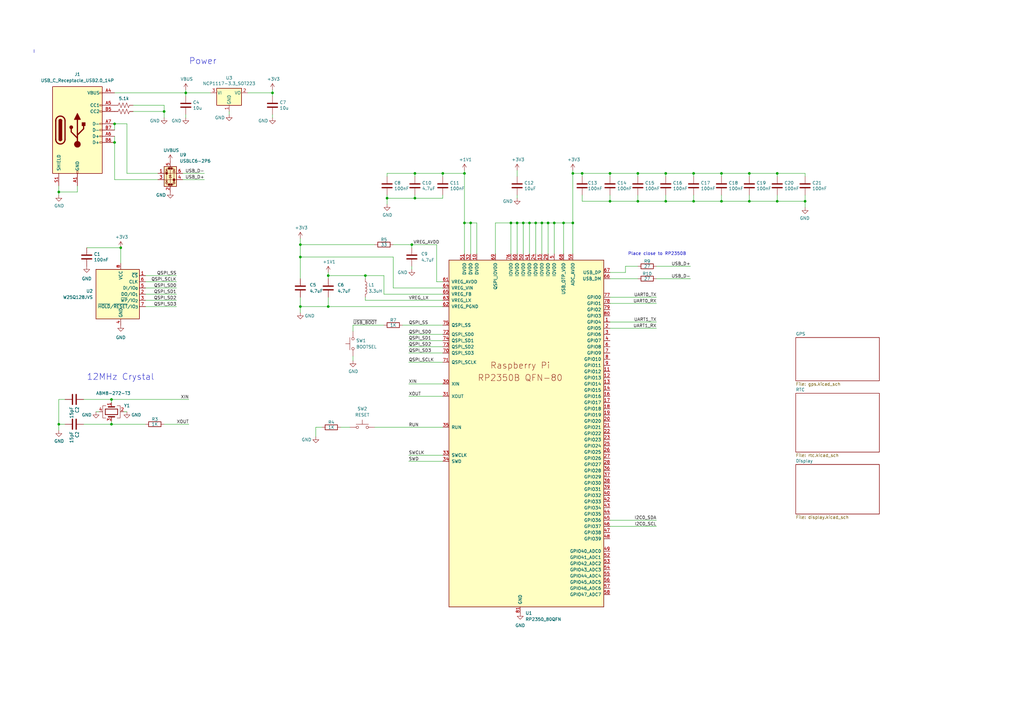
<source format=kicad_sch>
(kicad_sch (version 20250114) (generator "eeschema") (generator_version "9.0")
  (paper "A3")
  (lib_symbols
    (symbol "Connector:USB_C_Receptacle_USB2.0_14P" (pin_names (offset 1.016))
      (property "Reference" "J" (at 0 22.225 0))
      (property "Value" "USB_C_Receptacle_USB2.0_14P" (at 0 19.685 0))
      (symbol "USB_C_Receptacle_USB2.0_14P_0_0"
        (rectangle (start -0.254 -17.78) (end 0.254 -16.764))
        (rectangle (start 10.16 15.494) (end 9.144 14.986))
        (rectangle (start 10.16 10.414) (end 9.144 9.906))
        (rectangle (start 10.16 7.874) (end 9.144 7.366))
        (rectangle (start 10.16 2.794) (end 9.144 2.286))
        (rectangle (start 10.16 0.254) (end 9.144 -0.254))
        (rectangle (start 10.16 -2.286) (end 9.144 -2.794))
        (rectangle (start 10.16 -4.826) (end 9.144 -5.334))
      )
      (symbol "USB_C_Receptacle_USB2.0_14P_0_1"
        (rectangle (start -10.16 17.78) (end 10.16 -17.78) (stroke (width 0.254)) (fill (type background)))
        (polyline (pts (xy -8.89 -3.81) (xy -8.89 3.81)) (stroke (width 0.508)))
        (rectangle (start -7.62 -3.81) (end -6.35 3.81) (stroke (width 0.254)) (fill (type outline)))
        (arc (start -7.62 3.81) (mid -6.985 4.4423) (end -6.35 3.81) (stroke (width 0.254)))
        (arc (start -7.62 3.81) (mid -6.985 4.4423) (end -6.35 3.81) (stroke (width 0.254)) (fill (type outline)))
        (arc (start -8.89 3.81) (mid -6.985 5.7067) (end -5.08 3.81) (stroke (width 0.508)))
        (arc (start -5.08 -3.81) (mid -6.985 -5.7067) (end -8.89 -3.81) (stroke (width 0.508)))
        (arc (start -6.35 -3.81) (mid -6.985 -4.4423) (end -7.62 -3.81) (stroke (width 0.254)))
        (arc (start -6.35 -3.81) (mid -6.985 -4.4423) (end -7.62 -3.81) (stroke (width 0.254)) (fill (type outline)))
        (polyline (pts (xy -5.08 3.81) (xy -5.08 -3.81)) (stroke (width 0.508)))
        (circle (center -2.54 1.143) (radius 0.635) (stroke (width 0.254)) (fill (type outline)))
        (polyline (pts (xy -1.27 4.318) (xy 0 6.858) (xy 1.27 4.318) (xy -1.27 4.318)) (stroke (width 0.254)) (fill (type outline)))
        (polyline (pts (xy 0 -2.032) (xy 2.54 0.508) (xy 2.54 1.778)) (stroke (width 0.508)))
        (polyline (pts (xy 0 -3.302) (xy -2.54 -0.762) (xy -2.54 0.508)) (stroke (width 0.508)))
        (polyline (pts (xy 0 -5.842) (xy 0 4.318)) (stroke (width 0.508)))
        (circle (center 0 -5.842) (radius 1.27) (fill (type outline)))
        (rectangle (start 1.905 1.778) (end 3.175 3.048) (stroke (width 0.254)) (fill (type outline)))
      )
      (symbol "USB_C_Receptacle_USB2.0_14P_1_1"
        (pin passive line (at -7.62 -22.86 90) (length 5.08) (name "SHIELD") (number "S1"))
        (pin passive line (at 0 -22.86 90) (length 5.08) (name "GND") (number "A1"))
        (pin passive line (at 0 -22.86 90) (length 5.08) (hide yes) (name "GND") (number "A12"))
        (pin passive line (at 0 -22.86 90) (length 5.08) (hide yes) (name "GND") (number "B1"))
        (pin passive line (at 0 -22.86 90) (length 5.08) (hide yes) (name "GND") (number "B12"))
        (pin passive line (at 15.24 15.24 180) (length 5.08) (name "VBUS") (number "A4"))
        (pin passive line (at 15.24 15.24 180) (length 5.08) (hide yes) (name "VBUS") (number "A9"))
        (pin passive line (at 15.24 15.24 180) (length 5.08) (hide yes) (name "VBUS") (number "B4"))
        (pin passive line (at 15.24 15.24 180) (length 5.08) (hide yes) (name "VBUS") (number "B9"))
        (pin bidirectional line (at 15.24 10.16 180) (length 5.08) (name "CC1") (number "A5"))
        (pin bidirectional line (at 15.24 7.62 180) (length 5.08) (name "CC2") (number "B5"))
        (pin bidirectional line (at 15.24 2.54 180) (length 5.08) (name "D-") (number "A7"))
        (pin bidirectional line (at 15.24 0 180) (length 5.08) (name "D-") (number "B7"))
        (pin bidirectional line (at 15.24 -2.54 180) (length 5.08) (name "D+") (number "A6"))
        (pin bidirectional line (at 15.24 -5.08 180) (length 5.08) (name "D+") (number "B6"))
      )
    )
    (symbol "Device:C" (pin_numbers (hide yes)) (pin_names (offset 0.254))
      (property "Reference" "C" (at 0.635 2.54 0))
      (property "Value" "C" (at 0.635 -2.54 0))
      (symbol "C_0_1"
        (polyline (pts (xy -2.032 0.762) (xy 2.032 0.762)) (stroke (width 0.508)))
        (polyline (pts (xy -2.032 -0.762) (xy 2.032 -0.762)) (stroke (width 0.508)))
      )
      (symbol "C_1_1"
        (pin passive line (at 0 3.81 270) (length 2.794) (name "~") (number "1"))
        (pin passive line (at 0 -3.81 90) (length 2.794) (name "~") (number "2"))
      )
    )
    (symbol "Device:Crystal_GND24" (pin_names (offset 1.016) (hide yes))
      (property "Reference" "Y" (at 3.175 5.08 0))
      (property "Value" "Crystal_GND24" (at 3.175 3.175 0))
      (symbol "Crystal_GND24_0_1"
        (polyline (pts (xy -2.54 2.286) (xy -2.54 3.556) (xy 2.54 3.556) (xy 2.54 2.286)))
        (polyline (pts (xy -2.54 0) (xy -2.032 0)))
        (polyline (pts (xy -2.54 -2.286) (xy -2.54 -3.556) (xy 2.54 -3.556) (xy 2.54 -2.286)))
        (polyline (pts (xy -2.032 -1.27) (xy -2.032 1.27)) (stroke (width 0.508)))
        (rectangle (start -1.143 2.54) (end 1.143 -2.54) (stroke (width 0.3048)))
        (polyline (pts (xy 0 3.556) (xy 0 3.81)))
        (polyline (pts (xy 0 -3.81) (xy 0 -3.556)))
        (polyline (pts (xy 2.032 0) (xy 2.54 0)))
        (polyline (pts (xy 2.032 -1.27) (xy 2.032 1.27)) (stroke (width 0.508)))
      )
      (symbol "Crystal_GND24_1_1"
        (pin passive line (at -3.81 0 0) (length 1.27) (name "1") (number "1"))
        (pin passive line (at 0 5.08 270) (length 1.27) (name "2") (number "2"))
        (pin passive line (at 0 -5.08 90) (length 1.27) (name "4") (number "4"))
        (pin passive line (at 3.81 0 180) (length 1.27) (name "3") (number "3"))
      )
    )
    (symbol "Device:L" (pin_numbers (hide yes)) (pin_names (offset 1.016) (hide yes))
      (property "Reference" "L" (at -1.27 0 90))
      (property "Value" "L" (at 1.905 0 90))
      (symbol "L_0_1"
        (arc (start 0 2.54) (mid 0.6323 1.905) (end 0 1.27))
        (arc (start 0 1.27) (mid 0.6323 0.635) (end 0 0))
        (arc (start 0 0) (mid 0.6323 -0.635) (end 0 -1.27))
        (arc (start 0 -1.27) (mid 0.6323 -1.905) (end 0 -2.54))
      )
      (symbol "L_1_1"
        (pin passive line (at 0 3.81 270) (length 1.27) (name "1") (number "1"))
        (pin passive line (at 0 -3.81 90) (length 1.27) (name "2") (number "2"))
      )
    )
    (symbol "Device:R" (pin_numbers (hide yes)) (pin_names (offset 0))
      (property "Reference" "R" (at 2.032 0 90))
      (property "Value" "R" (at 0 0 90))
      (symbol "R_0_1"
        (rectangle (start -1.016 -2.54) (end 1.016 2.54) (stroke (width 0.254)))
      )
      (symbol "R_1_1"
        (pin passive line (at 0 3.81 270) (length 1.27) (name "~") (number "1"))
        (pin passive line (at 0 -3.81 90) (length 1.27) (name "~") (number "2"))
      )
    )
    (symbol "Device:R_US" (pin_numbers (hide yes)) (pin_names (offset 0))
      (property "Reference" "R" (at 2.54 0 90))
      (property "Value" "R_US" (at -2.54 0 90))
      (symbol "R_US_0_1"
        (polyline (pts (xy 0 2.286) (xy 0 2.54)))
        (polyline (pts (xy 0 2.286) (xy 1.016 1.905) (xy 0 1.524) (xy -1.016 1.143) (xy 0 0.762)))
        (polyline (pts (xy 0 0.762) (xy 1.016 0.381) (xy 0 0) (xy -1.016 -0.381) (xy 0 -0.762)))
        (polyline (pts (xy 0 -0.762) (xy 1.016 -1.143) (xy 0 -1.524) (xy -1.016 -1.905) (xy 0 -2.286)))
        (polyline (pts (xy 0 -2.286) (xy 0 -2.54)))
      )
      (symbol "R_US_1_1"
        (pin passive line (at 0 3.81 270) (length 1.27) (name "~") (number "1"))
        (pin passive line (at 0 -3.81 90) (length 1.27) (name "~") (number "2"))
      )
    )
    (symbol "GND_1" (power) (pin_numbers (hide yes)) (pin_names (offset 0) (hide yes))
      (property "Value" "GND" (at 0 -3.81 0))
      (symbol "GND_1_0_1"
        (polyline (pts (xy 0 0) (xy 0 -1.27) (xy 1.27 -1.27) (xy 0 -2.54) (xy -1.27 -1.27) (xy 0 -1.27)))
      )
      (symbol "GND_1_1_1"
        (pin power_in line (at 0 0 270) (length 0) (name "~") (number "1"))
      )
    )
    (symbol "GND_2" (power) (pin_numbers (hide yes)) (pin_names (offset 0) (hide yes))
      (property "Value" "GND" (at 0 -3.81 0))
      (symbol "GND_2_0_1"
        (polyline (pts (xy 0 0) (xy 0 -1.27) (xy 1.27 -1.27) (xy 0 -2.54) (xy -1.27 -1.27) (xy 0 -1.27)))
      )
      (symbol "GND_2_1_1"
        (pin power_in line (at 0 0 270) (length 0) (name "~") (number "1"))
      )
    )
    (symbol "MCU_RaspberryPi_RP2350:RP2350_80QFN" (pin_names (offset 1.016))
      (property "Reference" "U" (at -29.21 49.53 0))
      (property "Value" "RP2350_80QFN" (at 25.4 -96.52 0))
      (symbol "RP2350_80QFN_0_0"
        (text "Raspberry Pi" (at 0 5.08 0) (effects (font (size 2.54 2.54))))
      )
      (symbol "RP2350_80QFN_0_1"
        (rectangle (start -29.21 48.26) (end 34.29 -93.98) (stroke (width 0.254)) (fill (type background)))
      )
      (symbol "RP2350_80QFN_1_0"
        (text "RP2350B QFN-80" (at 0 0 0) (effects (font (size 2.54 2.54))))
      )
      (symbol "RP2350_80QFN_1_1"
        (pin power_in line (at -31.75 39.37 0) (length 2.54) (name "VREG_AVDD") (number "61"))
        (pin power_in line (at -31.75 36.83 0) (length 2.54) (name "VREG_VIN") (number "64"))
        (pin input line (at -31.75 34.29 0) (length 2.54) (name "VREG_FB") (number "65"))
        (pin power_out line (at -31.75 31.75 0) (length 2.54) (name "VREG_LX") (number "63"))
        (pin power_in line (at -31.75 29.21 0) (length 2.54) (name "VREG_PGND") (number "62"))
        (pin bidirectional line (at -31.75 21.59 0) (length 2.54) (name "QSPI_SS") (number "75"))
        (pin bidirectional line (at -31.75 17.78 0) (length 2.54) (name "QSPI_SD0") (number "72"))
        (pin bidirectional line (at -31.75 15.24 0) (length 2.54) (name "QSPI_SD1") (number "74"))
        (pin bidirectional line (at -31.75 12.7 0) (length 2.54) (name "QSPI_SD2") (number "73"))
        (pin bidirectional line (at -31.75 10.16 0) (length 2.54) (name "QSPI_SD3") (number "70"))
        (pin output line (at -31.75 6.35 0) (length 2.54) (name "QSPI_SCLK") (number "71"))
        (pin input line (at -31.75 -2.54 0) (length 2.54) (name "XIN") (number "30"))
        (pin passive line (at -31.75 -7.62 0) (length 2.54) (name "XOUT") (number "31"))
        (pin input line (at -31.75 -20.32 0) (length 2.54) (name "RUN") (number "35"))
        (pin output line (at -31.75 -31.75 0) (length 2.54) (name "SWCLK") (number "33"))
        (pin bidirectional line (at -31.75 -34.29 0) (length 2.54) (name "SWD") (number "34"))
        (pin power_in line (at -22.86 50.8 270) (length 2.54) (name "DVDD") (number "51"))
        (pin power_in line (at -20.32 50.8 270) (length 2.54) (name "DVDD") (number "32"))
        (pin power_in line (at -17.78 50.8 270) (length 2.54) (name "DVDD") (number "10"))
        (pin power_in line (at -10.16 50.8 270) (length 2.54) (name "QSPI_IOVDD") (number "69"))
        (pin power_in line (at -3.81 50.8 270) (length 2.54) (name "IOVDD") (number "76"))
        (pin power_in line (at -1.27 50.8 270) (length 2.54) (name "IOVDD") (number "60"))
        (pin power_in line (at 0 -96.52 90) (length 2.54) (name "GND") (number "81"))
        (pin power_in line (at 1.27 50.8 270) (length 2.54) (name "IOVDD") (number "50"))
        (pin power_in line (at 3.81 50.8 270) (length 2.54) (name "IOVDD") (number "41"))
        (pin power_in line (at 6.35 50.8 270) (length 2.54) (name "IOVDD") (number "24"))
        (pin power_in line (at 8.89 50.8 270) (length 2.54) (name "IOVDD") (number "15"))
        (pin power_in line (at 11.43 50.8 270) (length 2.54) (name "IOVDD") (number "29"))
        (pin power_in line (at 13.97 50.8 270) (length 2.54) (name "IOVDD") (number "5"))
        (pin power_in line (at 17.78 50.8 270) (length 2.54) (name "USB_OTP_VDD") (number "68"))
        (pin power_in line (at 21.59 50.8 270) (length 2.54) (name "ADC_AVDD") (number "59"))
        (pin bidirectional line (at 36.83 43.18 180) (length 2.54) (name "USB_DP") (number "67"))
        (pin bidirectional line (at 36.83 40.64 180) (length 2.54) (name "USB_DM") (number "66"))
        (pin bidirectional line (at 36.83 33.02 180) (length 2.54) (name "GPIO0") (number "77"))
        (pin bidirectional line (at 36.83 30.48 180) (length 2.54) (name "GPIO1") (number "78"))
        (pin bidirectional line (at 36.83 27.94 180) (length 2.54) (name "GPIO2") (number "79"))
        (pin bidirectional line (at 36.83 25.4 180) (length 2.54) (name "GPIO3") (number "80"))
        (pin bidirectional line (at 36.83 22.86 180) (length 2.54) (name "GPIO4") (number "1"))
        (pin bidirectional line (at 36.83 20.32 180) (length 2.54) (name "GPIO5") (number "2"))
        (pin bidirectional line (at 36.83 17.78 180) (length 2.54) (name "GPIO6") (number "3"))
        (pin bidirectional line (at 36.83 15.24 180) (length 2.54) (name "GPIO7") (number "4"))
        (pin bidirectional line (at 36.83 12.7 180) (length 2.54) (name "GPIO8") (number "6"))
        (pin bidirectional line (at 36.83 10.16 180) (length 2.54) (name "GPIO9") (number "7"))
        (pin bidirectional line (at 36.83 7.62 180) (length 2.54) (name "GPIO10") (number "8"))
        (pin bidirectional line (at 36.83 5.08 180) (length 2.54) (name "GPIO11") (number "9"))
        (pin bidirectional line (at 36.83 2.54 180) (length 2.54) (name "GPIO12") (number "11"))
        (pin bidirectional line (at 36.83 0 180) (length 2.54) (name "GPIO13") (number "12"))
        (pin bidirectional line (at 36.83 -2.54 180) (length 2.54) (name "GPIO14") (number "13"))
        (pin bidirectional line (at 36.83 -5.08 180) (length 2.54) (name "GPIO15") (number "14"))
        (pin bidirectional line (at 36.83 -7.62 180) (length 2.54) (name "GPIO16") (number "16"))
        (pin bidirectional line (at 36.83 -10.16 180) (length 2.54) (name "GPIO17") (number "17"))
        (pin bidirectional line (at 36.83 -12.7 180) (length 2.54) (name "GPIO18") (number "18"))
        (pin bidirectional line (at 36.83 -15.24 180) (length 2.54) (name "GPIO19") (number "19"))
        (pin bidirectional line (at 36.83 -17.78 180) (length 2.54) (name "GPIO20") (number "20"))
        (pin bidirectional line (at 36.83 -20.32 180) (length 2.54) (name "GPIO21") (number "21"))
        (pin bidirectional line (at 36.83 -22.86 180) (length 2.54) (name "GPIO22") (number "22"))
        (pin bidirectional line (at 36.83 -25.4 180) (length 2.54) (name "GPIO23") (number "23"))
        (pin bidirectional line (at 36.83 -27.94 180) (length 2.54) (name "GPIO24") (number "25"))
        (pin bidirectional line (at 36.83 -30.48 180) (length 2.54) (name "GPIO25") (number "26"))
        (pin bidirectional line (at 36.83 -33.02 180) (length 2.54) (name "GPIO26") (number "27"))
        (pin bidirectional line (at 36.83 -35.56 180) (length 2.54) (name "GPIO27") (number "28"))
        (pin bidirectional line (at 36.83 -38.1 180) (length 2.54) (name "GPIO28") (number "36"))
        (pin bidirectional line (at 36.83 -40.64 180) (length 2.54) (name "GPIO29") (number "37"))
        (pin bidirectional line (at 36.83 -43.18 180) (length 2.54) (name "GPIO30") (number "38"))
        (pin bidirectional line (at 36.83 -45.72 180) (length 2.54) (name "GPIO31") (number "39"))
        (pin bidirectional line (at 36.83 -48.26 180) (length 2.54) (name "GPIO32") (number "40"))
        (pin bidirectional line (at 36.83 -50.8 180) (length 2.54) (name "GPIO33") (number "42"))
        (pin bidirectional line (at 36.83 -53.34 180) (length 2.54) (name "GPIO34") (number "43"))
        (pin bidirectional line (at 36.83 -55.88 180) (length 2.54) (name "GPIO35") (number "44"))
        (pin bidirectional line (at 36.83 -58.42 180) (length 2.54) (name "GPIO36") (number "45"))
        (pin bidirectional line (at 36.83 -60.96 180) (length 2.54) (name "GPIO37") (number "46"))
        (pin bidirectional line (at 36.83 -63.5 180) (length 2.54) (name "GPIO38") (number "47"))
        (pin bidirectional line (at 36.83 -66.04 180) (length 2.54) (name "GPIO39") (number "48"))
        (pin bidirectional line (at 36.83 -71.12 180) (length 2.54) (name "GPIO40_ADC0") (number "49"))
        (pin bidirectional line (at 36.83 -73.66 180) (length 2.54) (name "GPIO41_ADC1") (number "52"))
        (pin bidirectional line (at 36.83 -76.2 180) (length 2.54) (name "GPIO42_ADC2") (number "53"))
        (pin bidirectional line (at 36.83 -78.74 180) (length 2.54) (name "GPIO43_ADC3") (number "54"))
        (pin bidirectional line (at 36.83 -81.28 180) (length 2.54) (name "GPIO44_ADC4") (number "55"))
        (pin bidirectional line (at 36.83 -83.82 180) (length 2.54) (name "GPIO45_ADC5") (number "56"))
        (pin bidirectional line (at 36.83 -86.36 180) (length 2.54) (name "GPIO46_ADC6") (number "57"))
        (pin bidirectional line (at 36.83 -88.9 180) (length 2.54) (name "GPIO47_ADC7") (number "58"))
      )
    )
    (symbol "Memory_Flash:W25Q128JVS"
      (property "Reference" "U" (at -6.35 11.43 0))
      (property "Value" "W25Q128JVS" (at 7.62 11.43 0))
      (symbol "W25Q128JVS_0_1"
        (rectangle (start -7.62 10.16) (end 10.16 -10.16) (stroke (width 0.254)) (fill (type background)))
      )
      (symbol "W25Q128JVS_1_1"
        (pin input line (at -10.16 7.62 0) (length 2.54) (name "~{CS}") (number "1"))
        (pin input line (at -10.16 5.08 0) (length 2.54) (name "CLK") (number "6"))
        (pin bidirectional line (at -10.16 2.54 0) (length 2.54) (name "DI/IO_{0}") (number "5"))
        (pin bidirectional line (at -10.16 0 0) (length 2.54) (name "DO/IO_{1}") (number "2"))
        (pin bidirectional line (at -10.16 -2.54 0) (length 2.54) (name "~{WP}/IO_{2}") (number "3"))
        (pin bidirectional line (at -10.16 -5.08 0) (length 2.54) (name "~{HOLD}/~{RESET}/IO_{3}") (number "7"))
        (pin power_in line (at 0 12.7 270) (length 2.54) (name "VCC") (number "8"))
        (pin power_in line (at 0 -12.7 90) (length 2.54) (name "GND") (number "4"))
      )
    )
    (symbol "Power_Protection:USBLC6-2P6" (pin_names (hide yes))
      (property "Reference" "U" (at 0.635 5.715 0))
      (property "Value" "USBLC6-2P6" (at 0.635 3.81 0))
      (symbol "USBLC6-2P6_0_0"
        (circle (center -1.524 0) (radius 0.0001) (stroke (width 0.508)))
        (circle (center -0.508 2.032) (radius 0.0001) (stroke (width 0.508)))
        (circle (center -0.508 -4.572) (radius 0.0001) (stroke (width 0.508)))
        (circle (center 0.508 2.032) (radius 0.0001) (stroke (width 0.508)))
        (circle (center 0.508 -4.572) (radius 0.0001) (stroke (width 0.508)))
        (circle (center 1.524 -2.54) (radius 0.0001) (stroke (width 0.508)))
      )
      (symbol "USBLC6-2P6_0_1"
        (polyline (pts (xy -2.54 0) (xy 2.54 0)))
        (polyline (pts (xy -2.54 -2.54) (xy 2.54 -2.54)))
        (polyline (pts (xy -2.032 0.508) (xy -1.016 0.508) (xy -1.524 1.524) (xy -2.032 0.508)))
        (polyline (pts (xy -2.032 -3.048) (xy -1.016 -3.048)))
        (polyline (pts (xy -1.016 1.524) (xy -2.032 1.524)))
        (polyline (pts (xy -1.016 -4.064) (xy -2.032 -4.064) (xy -1.524 -3.048) (xy -1.016 -4.064)))
        (polyline (pts (xy -0.508 -1.143) (xy -0.508 -0.762) (xy 0.508 -0.762)))
        (polyline (pts (xy 0 2.54) (xy -0.508 2.032) (xy 0.508 2.032) (xy 0 1.524) (xy 0 -4.064) (xy -0.508 -4.572) (xy 0.508 -4.572) (xy 0 -5.08)))
        (polyline (pts (xy 0.508 -1.778) (xy -0.508 -1.778) (xy 0 -0.762) (xy 0.508 -1.778)))
        (polyline (pts (xy 1.016 1.524) (xy 2.032 1.524)))
        (polyline (pts (xy 1.016 -3.048) (xy 2.032 -3.048)))
        (polyline (pts (xy 2.032 0.508) (xy 1.016 0.508) (xy 1.524 1.524) (xy 2.032 0.508)))
        (polyline (pts (xy 2.032 -4.064) (xy 1.016 -4.064) (xy 1.524 -3.048) (xy 2.032 -4.064)))
      )
      (symbol "USBLC6-2P6_1_1"
        (rectangle (start -2.54 2.794) (end 2.54 -5.334) (stroke (width 0.254)) (fill (type background)))
        (polyline (pts (xy -0.508 2.032) (xy -1.524 2.032) (xy -1.524 -4.572) (xy -0.508 -4.572)))
        (polyline (pts (xy 0.508 -4.572) (xy 1.524 -4.572) (xy 1.524 2.032) (xy 0.508 2.032)))
        (pin passive line (at -5.08 0 0) (length 2.54) (name "I/O1") (number "1"))
        (pin passive line (at -5.08 -2.54 0) (length 2.54) (name "I/O2") (number "3"))
        (pin passive line (at 0 5.08 270) (length 2.54) (name "VBUS") (number "5"))
        (pin passive line (at 0 -7.62 90) (length 2.54) (name "GND") (number "2"))
        (pin passive line (at 5.08 0 180) (length 2.54) (name "I/O1") (number "6"))
        (pin passive line (at 5.08 -2.54 180) (length 2.54) (name "I/O2") (number "4"))
      )
    )
    (symbol "Regulator_Linear:NCP1117-3.3_SOT223" (pin_names (offset 0.254))
      (property "Reference" "U" (at -3.81 3.175 0))
      (property "Value" "NCP1117-3.3_SOT223" (at 0 3.175 0))
      (symbol "NCP1117-3.3_SOT223_0_1"
        (rectangle (start -5.08 -5.08) (end 5.08 1.905) (stroke (width 0.254)) (fill (type background)))
      )
      (symbol "NCP1117-3.3_SOT223_1_1"
        (pin power_in line (at -7.62 0 0) (length 2.54) (name "VI") (number "3"))
        (pin power_in line (at 0 -7.62 90) (length 2.54) (name "GND") (number "1"))
        (pin power_out line (at 7.62 0 180) (length 2.54) (name "VO") (number "2"))
      )
    )
    (symbol "Switch:SW_Push" (pin_numbers (hide yes)) (pin_names (offset 1.016) (hide yes))
      (property "Reference" "SW" (at 1.27 2.54 0))
      (property "Value" "SW_Push" (at 0 -1.524 0))
      (symbol "SW_Push_0_1"
        (circle (center -2.032 0) (radius 0.508))
        (polyline (pts (xy 0 1.27) (xy 0 3.048)))
        (circle (center 2.032 0) (radius 0.508))
        (polyline (pts (xy 2.54 1.27) (xy -2.54 1.27)))
        (pin passive line (at -5.08 0 0) (length 2.54) (name "1") (number "1"))
        (pin passive line (at 5.08 0 180) (length 2.54) (name "2") (number "2"))
      )
    )
    (symbol "power:+1V1" (power) (pin_names (offset 0))
      (property "Value" "+1V1" (at 0 3.556 0))
      (symbol "+1V1_0_1"
        (polyline (pts (xy -0.762 1.27) (xy 0 2.54)))
        (polyline (pts (xy 0 2.54) (xy 0.762 1.27)))
        (polyline (pts (xy 0 0) (xy 0 2.54)))
      )
      (symbol "+1V1_1_1"
        (pin power_in line (at 0 0 90) (length 0) (hide yes) (name "+1V1") (number "1"))
      )
    )
    (symbol "power:+3V3" (power) (pin_names (offset 0))
      (property "Value" "+3V3" (at 0 3.556 0))
      (symbol "+3V3_0_1"
        (polyline (pts (xy -0.762 1.27) (xy 0 2.54)))
        (polyline (pts (xy 0 2.54) (xy 0.762 1.27)))
        (polyline (pts (xy 0 0) (xy 0 2.54)))
      )
      (symbol "+3V3_1_1"
        (pin power_in line (at 0 0 90) (length 0) (hide yes) (name "+3V3") (number "1"))
      )
    )
    (symbol "power:GND" (power) (pin_names (offset 0))
      (property "Value" "GND" (at 0 -3.81 0))
      (symbol "GND_0_1"
        (polyline (pts (xy 0 0) (xy 0 -1.27) (xy 1.27 -1.27) (xy 0 -2.54) (xy -1.27 -1.27) (xy 0 -1.27)))
      )
      (symbol "GND_1_1"
        (pin power_in line (at 0 0 270) (length 0) (hide yes) (name "GND") (number "1"))
      )
    )
    (symbol "power:VBUS" (power) (pin_names (offset 0))
      (property "Value" "VBUS" (at 0 3.81 0))
      (symbol "VBUS_0_1"
        (polyline (pts (xy -0.762 1.27) (xy 0 2.54)))
        (polyline (pts (xy 0 2.54) (xy 0.762 1.27)))
        (polyline (pts (xy 0 0) (xy 0 2.54)))
      )
      (symbol "VBUS_1_1"
        (pin power_in line (at 0 0 90) (length 0) (hide yes) (name "VBUS") (number "1"))
      )
    )
  )
  (text "12MHz Crystal" (at 35.56 156.21 0) (effects (font (size 2.54 2.54)) (justify left bottom)))
  (text "Place close to RP2350B" (at 257.556 104.902 0) (effects (font (size 1.27 1.27)) (justify left bottom)))
  (text "Power" (at 77.47 26.67 0) (effects (font (size 2.54 2.54)) (justify left bottom)))
  (junction (at 24.13 173.99))
  (junction (at 134.62 113.03))
  (junction (at 295.91 82.55))
  (junction (at 231.14 91.44))
  (junction (at 168.91 100.33))
  (junction (at 212.09 91.44))
  (junction (at 170.18 81.28))
  (junction (at 234.95 71.12))
  (junction (at 284.48 82.55))
  (junction (at 76.2 38.1))
  (junction (at 193.04 91.44))
  (junction (at 217.17 91.44))
  (junction (at 273.05 82.55))
  (junction (at 49.53 101.6))
  (junction (at 24.13 78.74))
  (junction (at 45.72 163.83))
  (junction (at 222.25 91.44))
  (junction (at 219.71 91.44))
  (junction (at 67.31 45.72))
  (junction (at 261.62 71.12))
  (junction (at 111.76 38.1))
  (junction (at 181.61 71.12))
  (junction (at 318.77 82.55))
  (junction (at 149.86 113.03))
  (junction (at 261.62 82.55))
  (junction (at 214.63 91.44))
  (junction (at 123.19 100.33))
  (junction (at 123.19 105.41))
  (junction (at 45.72 173.99))
  (junction (at 134.62 125.73))
  (junction (at 307.34 71.12))
  (junction (at 46.99 50.8))
  (junction (at 224.79 91.44))
  (junction (at 123.19 125.73))
  (junction (at 170.18 71.12))
  (junction (at 209.55 91.44))
  (junction (at 307.34 82.55))
  (junction (at 250.19 82.55))
  (junction (at 46.99 58.42))
  (junction (at 318.77 71.12))
  (junction (at 234.95 91.44))
  (junction (at 190.5 71.12))
  (junction (at 330.2 82.55))
  (junction (at 190.5 91.44))
  (junction (at 250.19 71.12))
  (junction (at 273.05 71.12))
  (junction (at 284.48 71.12))
  (junction (at 238.76 71.12))
  (junction (at 227.33 91.44))
  (junction (at 295.91 71.12))
  (junction (at 158.75 81.28))
  (wire (pts (xy 134.62 121.92) (xy 134.62 125.73)))
  (wire (pts (xy 157.48 120.65) (xy 157.48 113.03)))
  (wire (pts (xy 219.71 104.14) (xy 219.71 91.44)))
  (wire (pts (xy 269.24 109.22) (xy 283.21 109.22)))
  (wire (pts (xy 167.64 137.16) (xy 181.61 137.16)))
  (wire (pts (xy 250.19 132.08) (xy 269.24 132.08)))
  (wire (pts (xy 250.19 80.01) (xy 250.19 82.55)))
  (wire (pts (xy 46.99 58.42) (xy 46.99 55.88)))
  (wire (pts (xy 76.2 36.83) (xy 76.2 38.1)))
  (wire (pts (xy 129.54 175.26) (xy 129.54 179.07)))
  (wire (pts (xy 123.19 97.79) (xy 123.19 100.33)))
  (wire (pts (xy 227.33 91.44) (xy 231.14 91.44)))
  (wire (pts (xy 123.19 125.73) (xy 123.19 128.27)))
  (wire (pts (xy 273.05 82.55) (xy 261.62 82.55)))
  (wire (pts (xy 209.55 91.44) (xy 212.09 91.44)))
  (wire (pts (xy 123.19 100.33) (xy 153.67 100.33)))
  (wire (pts (xy 168.91 110.49) (xy 168.91 109.22)))
  (wire (pts (xy 170.18 81.28) (xy 181.61 81.28)))
  (wire (pts (xy 34.29 173.99) (xy 45.72 173.99)))
  (wire (pts (xy 181.61 186.69) (xy 167.64 186.69)))
  (wire (pts (xy 74.93 71.12) (xy 83.82 71.12)))
  (wire (pts (xy 93.98 45.72) (xy 93.98 46.99)))
  (wire (pts (xy 238.76 80.01) (xy 238.76 82.55)))
  (wire (pts (xy 139.7 175.26) (xy 143.51 175.26)))
  (wire (pts (xy 111.76 39.37) (xy 111.76 38.1)))
  (wire (pts (xy 307.34 72.39) (xy 307.34 71.12)))
  (wire (pts (xy 231.14 91.44) (xy 234.95 91.44)))
  (wire (pts (xy 149.86 123.19) (xy 181.61 123.19)))
  (wire (pts (xy 261.62 71.12) (xy 273.05 71.12)))
  (wire (pts (xy 307.34 82.55) (xy 295.91 82.55)))
  (wire (pts (xy 134.62 125.73) (xy 181.61 125.73)))
  (wire (pts (xy 74.93 73.66) (xy 83.82 73.66)))
  (wire (pts (xy 168.91 100.33) (xy 168.91 101.6)))
  (wire (pts (xy 284.48 71.12) (xy 295.91 71.12)))
  (wire (pts (xy 224.79 104.14) (xy 224.79 91.44)))
  (wire (pts (xy 45.72 172.72) (xy 45.72 173.99)))
  (wire (pts (xy 123.19 121.92) (xy 123.19 125.73)))
  (wire (pts (xy 67.31 48.26) (xy 67.31 45.72)))
  (wire (pts (xy 161.29 118.11) (xy 181.61 118.11)))
  (wire (pts (xy 261.62 82.55) (xy 250.19 82.55)))
  (wire (pts (xy 59.69 115.57) (xy 72.39 115.57)))
  (wire (pts (xy 209.55 104.14) (xy 209.55 91.44)))
  (wire (pts (xy 59.69 120.65) (xy 72.39 120.65)))
  (wire (pts (xy 39.37 168.91) (xy 40.64 168.91)))
  (wire (pts (xy 273.05 72.39) (xy 273.05 71.12)))
  (wire (pts (xy 250.19 215.9) (xy 269.24 215.9)))
  (wire (pts (xy 111.76 38.1) (xy 111.76 36.83)))
  (wire (pts (xy 123.19 105.41) (xy 161.29 105.41)))
  (wire (pts (xy 24.13 78.74) (xy 24.13 80.01)))
  (wire (pts (xy 256.54 109.22) (xy 256.54 111.76)))
  (wire (pts (xy 250.19 124.46) (xy 269.24 124.46)))
  (wire (pts (xy 219.71 91.44) (xy 222.25 91.44)))
  (wire (pts (xy 52.07 71.12) (xy 52.07 50.8)))
  (wire (pts (xy 234.95 71.12) (xy 238.76 71.12)))
  (wire (pts (xy 318.77 80.01) (xy 318.77 82.55)))
  (wire (pts (xy 295.91 80.01) (xy 295.91 82.55)))
  (wire (pts (xy 161.29 105.41) (xy 161.29 118.11)))
  (wire (pts (xy 123.19 105.41) (xy 123.19 114.3)))
  (wire (pts (xy 134.62 111.76) (xy 134.62 113.03)))
  (wire (pts (xy 158.75 80.01) (xy 158.75 81.28)))
  (wire (pts (xy 167.64 144.78) (xy 181.61 144.78)))
  (wire (pts (xy 318.77 71.12) (xy 330.2 71.12)))
  (wire (pts (xy 46.99 38.1) (xy 76.2 38.1)))
  (wire (pts (xy 181.61 81.28) (xy 181.61 80.01)))
  (wire (pts (xy 181.61 189.23) (xy 167.64 189.23)))
  (wire (pts (xy 149.86 123.19) (xy 149.86 121.92)))
  (wire (pts (xy 214.63 104.14) (xy 214.63 91.44)))
  (wire (pts (xy 190.5 69.85) (xy 190.5 71.12)))
  (wire (pts (xy 45.72 165.1) (xy 45.72 163.83)))
  (wire (pts (xy 167.64 139.7) (xy 181.61 139.7)))
  (wire (pts (xy 31.75 78.74) (xy 24.13 78.74)))
  (wire (pts (xy 222.25 91.44) (xy 224.79 91.44)))
  (wire (pts (xy 214.63 91.44) (xy 217.17 91.44)))
  (wire (pts (xy 134.62 114.3) (xy 134.62 113.03)))
  (wire (pts (xy 76.2 39.37) (xy 76.2 38.1)))
  (wire (pts (xy 238.76 72.39) (xy 238.76 71.12)))
  (wire (pts (xy 67.31 45.72) (xy 67.31 43.18)))
  (wire (pts (xy 250.19 82.55) (xy 238.76 82.55)))
  (wire (pts (xy 26.67 173.99) (xy 24.13 173.99)))
  (wire (pts (xy 234.95 69.85) (xy 234.95 71.12)))
  (wire (pts (xy 59.69 125.73) (xy 72.39 125.73)))
  (wire (pts (xy 59.69 118.11) (xy 72.39 118.11)))
  (wire (pts (xy 190.5 71.12) (xy 190.5 91.44)))
  (wire (pts (xy 330.2 82.55) (xy 318.77 82.55)))
  (wire (pts (xy 54.61 45.72) (xy 67.31 45.72)))
  (wire (pts (xy 231.14 104.14) (xy 231.14 91.44)))
  (wire (pts (xy 161.29 100.33) (xy 168.91 100.33)))
  (wire (pts (xy 250.19 114.3) (xy 261.62 114.3)))
  (wire (pts (xy 203.2 104.14) (xy 203.2 91.44)))
  (wire (pts (xy 24.13 173.99) (xy 24.13 176.53)))
  (wire (pts (xy 284.48 82.55) (xy 273.05 82.55)))
  (wire (pts (xy 261.62 72.39) (xy 261.62 71.12)))
  (wire (pts (xy 273.05 71.12) (xy 284.48 71.12)))
  (wire (pts (xy 224.79 91.44) (xy 227.33 91.44)))
  (wire (pts (xy 212.09 69.85) (xy 212.09 72.39)))
  (wire (pts (xy 261.62 80.01) (xy 261.62 82.55)))
  (wire (pts (xy 181.61 120.65) (xy 157.48 120.65)))
  (wire (pts (xy 318.77 72.39) (xy 318.77 71.12)))
  (wire (pts (xy 46.99 50.8) (xy 46.99 53.34)))
  (polyline (pts (xy 13.97 20.32) (xy 13.97 21.59)))
  (wire (pts (xy 50.8 168.91) (xy 52.07 168.91)))
  (wire (pts (xy 295.91 82.55) (xy 284.48 82.55)))
  (wire (pts (xy 144.78 146.05) (xy 144.78 147.955)))
  (wire (pts (xy 123.19 125.73) (xy 134.62 125.73)))
  (wire (pts (xy 167.64 142.24) (xy 181.61 142.24)))
  (wire (pts (xy 234.95 71.12) (xy 234.95 91.44)))
  (wire (pts (xy 52.07 50.8) (xy 46.99 50.8)))
  (wire (pts (xy 269.24 114.3) (xy 283.21 114.3)))
  (wire (pts (xy 179.07 100.33) (xy 179.07 115.57)))
  (wire (pts (xy 132.08 175.26) (xy 129.54 175.26)))
  (wire (pts (xy 111.76 46.99) (xy 111.76 48.26)))
  (wire (pts (xy 170.18 80.01) (xy 170.18 81.28)))
  (wire (pts (xy 250.19 72.39) (xy 250.19 71.12)))
  (wire (pts (xy 222.25 91.44) (xy 222.25 104.14)))
  (wire (pts (xy 284.48 80.01) (xy 284.48 82.55)))
  (wire (pts (xy 52.07 71.12) (xy 64.77 71.12)))
  (wire (pts (xy 123.19 100.33) (xy 123.19 105.41)))
  (wire (pts (xy 144.78 133.35) (xy 144.78 135.89)))
  (wire (pts (xy 217.17 91.44) (xy 219.71 91.44)))
  (wire (pts (xy 167.64 157.48) (xy 181.61 157.48)))
  (wire (pts (xy 193.04 91.44) (xy 195.58 91.44)))
  (wire (pts (xy 330.2 80.01) (xy 330.2 82.55)))
  (wire (pts (xy 195.58 91.44) (xy 195.58 104.14)))
  (wire (pts (xy 168.91 100.33) (xy 179.07 100.33)))
  (wire (pts (xy 165.1 133.35) (xy 181.61 133.35)))
  (wire (pts (xy 212.09 91.44) (xy 214.63 91.44)))
  (wire (pts (xy 153.67 175.26) (xy 181.61 175.26)))
  (wire (pts (xy 330.2 72.39) (xy 330.2 71.12)))
  (wire (pts (xy 34.29 163.83) (xy 45.72 163.83)))
  (wire (pts (xy 24.13 76.2) (xy 24.13 78.74)))
  (wire (pts (xy 307.34 71.12) (xy 318.77 71.12)))
  (wire (pts (xy 86.36 38.1) (xy 76.2 38.1)))
  (wire (pts (xy 179.07 115.57) (xy 181.61 115.57)))
  (wire (pts (xy 193.04 104.14) (xy 193.04 91.44)))
  (wire (pts (xy 318.77 82.55) (xy 307.34 82.55)))
  (wire (pts (xy 76.2 46.99) (xy 76.2 48.26)))
  (wire (pts (xy 227.33 91.44) (xy 227.33 104.14)))
  (wire (pts (xy 273.05 80.01) (xy 273.05 82.55)))
  (wire (pts (xy 134.62 113.03) (xy 149.86 113.03)))
  (wire (pts (xy 24.13 163.83) (xy 24.13 173.99)))
  (wire (pts (xy 234.95 91.44) (xy 234.95 104.14)))
  (wire (pts (xy 26.67 163.83) (xy 24.13 163.83)))
  (wire (pts (xy 330.2 82.55) (xy 330.2 85.09)))
  (wire (pts (xy 59.69 123.19) (xy 72.39 123.19)))
  (wire (pts (xy 35.56 101.6) (xy 49.53 101.6)))
  (wire (pts (xy 256.54 109.22) (xy 261.62 109.22)))
  (wire (pts (xy 181.61 71.12) (xy 190.5 71.12)))
  (wire (pts (xy 250.19 134.62) (xy 269.24 134.62)))
  (wire (pts (xy 284.48 72.39) (xy 284.48 71.12)))
  (wire (pts (xy 295.91 71.12) (xy 307.34 71.12)))
  (wire (pts (xy 59.69 113.03) (xy 72.39 113.03)))
  (wire (pts (xy 181.61 162.56) (xy 167.64 162.56)))
  (wire (pts (xy 170.18 71.12) (xy 181.61 71.12)))
  (wire (pts (xy 31.75 76.2) (xy 31.75 78.74)))
  (wire (pts (xy 250.19 111.76) (xy 256.54 111.76)))
  (wire (pts (xy 45.72 163.83) (xy 77.47 163.83)))
  (wire (pts (xy 158.75 72.39) (xy 158.75 71.12)))
  (wire (pts (xy 212.09 104.14) (xy 212.09 91.44)))
  (wire (pts (xy 67.31 173.99) (xy 77.47 173.99)))
  (wire (pts (xy 157.48 113.03) (xy 149.86 113.03)))
  (wire (pts (xy 170.18 72.39) (xy 170.18 71.12)))
  (wire (pts (xy 101.6 38.1) (xy 111.76 38.1)))
  (wire (pts (xy 46.99 73.66) (xy 64.77 73.66)))
  (wire (pts (xy 212.09 80.01) (xy 212.09 81.28)))
  (wire (pts (xy 217.17 104.14) (xy 217.17 91.44)))
  (wire (pts (xy 181.61 72.39) (xy 181.61 71.12)))
  (wire (pts (xy 181.61 148.59) (xy 167.64 148.59)))
  (wire (pts (xy 250.19 121.92) (xy 269.24 121.92)))
  (wire (pts (xy 193.04 91.44) (xy 190.5 91.44)))
  (wire (pts (xy 307.34 80.01) (xy 307.34 82.55)))
  (wire (pts (xy 295.91 72.39) (xy 295.91 71.12)))
  (wire (pts (xy 250.19 71.12) (xy 261.62 71.12)))
  (wire (pts (xy 190.5 91.44) (xy 190.5 104.14)))
  (wire (pts (xy 203.2 91.44) (xy 209.55 91.44)))
  (wire (pts (xy 149.86 113.03) (xy 149.86 114.3)))
  (wire (pts (xy 158.75 81.28) (xy 158.75 83.82)))
  (wire (pts (xy 250.19 213.36) (xy 269.24 213.36)))
  (wire (pts (xy 45.72 173.99) (xy 59.69 173.99)))
  (wire (pts (xy 67.31 43.18) (xy 54.61 43.18)))
  (wire (pts (xy 49.53 101.6) (xy 49.53 107.95)))
  (wire (pts (xy 158.75 71.12) (xy 170.18 71.12)))
  (wire (pts (xy 46.99 58.42) (xy 46.99 73.66)))
  (wire (pts (xy 238.76 71.12) (xy 250.19 71.12)))
  (wire (pts (xy 158.75 81.28) (xy 170.18 81.28)))
  (wire (pts (xy 157.48 133.35) (xy 144.78 133.35)))
  (label "I2C0_SCL" (at 269.24 215.9 180))
  (label "QSPI_SCLK" (at 167.64 148.59 0))
  (label "USB_D-" (at 283.21 114.3 180))
  (label "XIN" (at 77.47 163.83 180))
  (label "QSPI_SD1" (at 167.64 139.7 0))
  (label "QSPI_SD1" (at 72.39 120.65 180))
  (label "SWCLK" (at 167.64 186.69 0))
  (label "UART0_RX" (at 269.24 124.46 180))
  (label "QSPI_SD0" (at 167.64 137.16 0))
  (label "RUN" (at 167.64 175.26 0))
  (label "QSPI_SD3" (at 72.39 125.73 180))
  (label "SWD" (at 167.64 189.23 0))
  (label "QSPI_SD2" (at 167.64 142.24 0))
  (label "XOUT" (at 167.64 162.56 0))
  (label "VREG_LX" (at 167.64 123.19 0))
  (label "QSPI_SS" (at 167.64 133.35 0))
  (label "USB_D+" (at 83.82 73.66 180))
  (label "I2C0_SDA" (at 269.24 213.36 180))
  (label "UART1_TX" (at 269.24 132.08 180))
  (label "UART0_TX" (at 269.24 121.92 180))
  (label "~{USB_BOOT}" (at 144.78 133.35 0))
  (label "QSPI_SCLK" (at 72.39 115.57 180))
  (label "USB_D+" (at 283.21 109.22 180))
  (label "XOUT" (at 77.47 173.99 180))
  (label "XIN" (at 167.64 157.48 0))
  (label "QSPI_SD0" (at 72.39 118.11 180))
  (label "QSPI_SS" (at 72.39 113.03 180))
  (label "QSPI_SD2" (at 72.39 123.19 180))
  (label "USB_D-" (at 83.82 71.12 180))
  (label "VREG_AVDD" (at 169.545 100.33 0))
  (label "UART1_RX" (at 269.24 134.62 180))
  (label "QSPI_SD3" (at 167.64 144.78 0))
  (symbol (lib_id "Device:C") (at 30.48 173.99 270) (unit 1)
    (property "Reference" "C2" (at 31.6484 176.911 0) (effects (justify left)))
    (property "Value" "15pF" (at 29.337 176.911 0) (effects (justify left)))
    (property "Footprint" "Capacitor_SMD:C_0402_1005Metric" (effects (hide yes)))
  )
  (symbol (lib_id "power:GND") (at 24.13 176.53 0) (unit 1)
    (property "Reference" "#PWR0121" (effects (hide yes)))
    (property "Value" "GND" (at 24.257 180.9242 0))
  )
  (symbol (lib_id "power:+3V3") (at 49.53 101.6 0) (unit 1)
    (property "Reference" "#PWR0122" (effects (hide yes)))
    (property "Value" "+3V3" (at 49.911 97.2058 0))
  )
  (symbol (lib_id "Device:R") (at 265.43 109.22 270) (unit 1)
    (property "Reference" "R9" (at 265.43 107.188 90))
    (property "Value" "27" (at 265.43 109.22 90))
    (property "Footprint" "Resistor_SMD:R_0402_1005Metric" (effects (hide yes)))
  )
  (symbol (lib_id "Device:R") (at 265.43 114.3 270) (unit 1)
    (property "Reference" "R10" (at 265.43 112.268 90))
    (property "Value" "27" (at 265.43 114.3 90))
    (property "Footprint" "Resistor_SMD:R_0402_1005Metric" (effects (hide yes)))
  )
  (symbol (lib_id "power:+3V3") (at 234.95 69.85 0) (unit 1)
    (property "Reference" "#PWR0102" (effects (hide yes)))
    (property "Value" "+3V3" (at 235.331 65.4558 0))
  )
  (symbol (lib_id "Device:C") (at 261.62 76.2 0) (unit 1)
    (property "Reference" "C15" (at 264.541 75.0316 0) (effects (justify left)))
    (property "Value" "100nF" (at 264.541 77.343 0) (effects (justify left)))
    (property "Footprint" "Capacitor_SMD:C_0402_1005Metric" (effects (hide yes)))
  )
  (symbol (lib_id "Device:C") (at 273.05 76.2 0) (unit 1)
    (property "Reference" "C16" (at 275.971 75.0316 0) (effects (justify left)))
    (property "Value" "100nF" (at 275.971 77.343 0) (effects (justify left)))
    (property "Footprint" "Capacitor_SMD:C_0402_1005Metric" (effects (hide yes)))
  )
  (symbol (lib_id "Device:C") (at 284.48 76.2 0) (unit 1)
    (property "Reference" "C17" (at 287.401 75.0316 0) (effects (justify left)))
    (property "Value" "100nF" (at 287.401 77.343 0) (effects (justify left)))
    (property "Footprint" "Capacitor_SMD:C_0402_1005Metric" (effects (hide yes)))
  )
  (symbol (lib_id "Device:C") (at 295.91 76.2 0) (unit 1)
    (property "Reference" "C18" (at 298.831 75.0316 0) (effects (justify left)))
    (property "Value" "100nF" (at 298.831 77.343 0) (effects (justify left)))
    (property "Footprint" "Capacitor_SMD:C_0402_1005Metric" (effects (hide yes)))
  )
  (symbol (lib_id "Device:C") (at 307.34 76.2 0) (unit 1)
    (property "Reference" "C19" (at 310.261 75.0316 0) (effects (justify left)))
    (property "Value" "100nF" (at 310.261 77.343 0) (effects (justify left)))
    (property "Footprint" "Capacitor_SMD:C_0402_1005Metric" (effects (hide yes)))
  )
  (symbol (lib_id "Device:C") (at 318.77 76.2 0) (unit 1)
    (property "Reference" "C20" (at 321.691 75.0316 0) (effects (justify left)))
    (property "Value" "100nF" (at 321.691 77.343 0) (effects (justify left)))
    (property "Footprint" "Capacitor_SMD:C_0402_1005Metric" (effects (hide yes)))
  )
  (symbol (lib_id "Device:R") (at 63.5 173.99 270) (unit 1)
    (property "Reference" "R3" (at 63.5 171.958 90))
    (property "Value" "1K" (at 63.5 173.99 90))
    (property "Footprint" "Resistor_SMD:R_0402_1005Metric" (effects (hide yes)))
  )
  (symbol (lib_id "Device:Crystal_GND24") (at 45.72 168.91 270) (unit 1)
    (property "Reference" "Y1" (at 50.8 166.37 90) (effects (justify left)))
    (property "Value" "ABM8-272-T3" (at 39.37 161.29 90) (effects (justify left)))
    (property "Footprint" "Crystal:Crystal_SMD_3225-4Pin_3.2x2.5mm" (effects (hide yes)))
  )
  (symbol (lib_id "power:+3V3") (at 212.09 69.85 0) (unit 1)
    (property "Reference" "#PWR0104" (effects (hide yes)))
    (property "Value" "+3V3" (at 212.471 65.4558 0))
  )
  (symbol (lib_id "Device:C") (at 212.09 76.2 0) (unit 1)
    (property "Reference" "C12" (at 215.011 75.0316 0) (effects (justify left)))
    (property "Value" "10uF" (at 215.011 77.343 0) (effects (justify left)))
    (property "Footprint" "Capacitor_SMD:C_0805_2012Metric" (effects (hide yes)))
  )
  (symbol (lib_id "power:GND") (at 212.09 81.28 0) (unit 1)
    (property "Reference" "#PWR0103" (effects (hide yes)))
    (property "Value" "GND" (at 208.28 82.55 0))
  )
  (symbol (lib_id "Device:C") (at 76.2 43.18 0) (unit 1)
    (property "Reference" "C4" (at 79.121 42.0116 0) (effects (justify left)))
    (property "Value" "10u" (at 79.121 44.323 0) (effects (justify left)))
    (property "Footprint" "Capacitor_SMD:C_0805_2012Metric" (effects (hide yes)))
  )
  (symbol (lib_id "power:GND") (at 144.78 147.955 0) (unit 1)
    (property "Reference" "#PWR0129" (effects (hide yes)))
    (property "Value" "GND" (at 144.907 152.3492 0))
  )
  (symbol (lib_id "Device:C") (at 181.61 76.2 0) (unit 1)
    (property "Reference" "C11" (at 184.531 75.0316 0) (effects (justify left)))
    (property "Value" "100nF" (at 184.531 77.343 0) (effects (justify left)))
    (property "Footprint" "Capacitor_SMD:C_0402_1005Metric" (effects (hide yes)))
  )
  (symbol (lib_id "Power_Protection:USBLC6-2P6") (at 69.85 71.12 0) (unit 1)
    (property "Reference" "U9" (at 73.66 63.5 0) (effects (justify left)))
    (property "Value" "USBLC6-2P6" (at 73.66 66.04 0) (effects (justify left)))
    (property "Footprint" "Package_TO_SOT_SMD:SOT-666" (effects (hide yes)))
    (property "Datasheet" "https://www.st.com/resource/en/datasheet/usblc6-2.pdf" (effects (hide yes)))
    (property "Description" "Very low capacitance ESD protection diode, 2 data-line, SOT-666" (effects (hide yes)))
  )
  (symbol (lib_id "Device:R") (at 135.89 175.26 270) (unit 1)
    (property "Reference" "R4" (at 135.89 173.228 90))
    (property "Value" "1K" (at 135.89 175.26 90))
    (property "Footprint" "Resistor_SMD:R_0402_1005Metric" (effects (hide yes)))
  )
  (symbol (lib_id "Device:C") (at 250.19 76.2 0) (unit 1)
    (property "Reference" "C14" (at 253.111 75.0316 0) (effects (justify left)))
    (property "Value" "100nF" (at 253.111 77.343 0) (effects (justify left)))
    (property "Footprint" "Capacitor_SMD:C_0402_1005Metric" (effects (hide yes)))
  )
  (symbol (lib_id "power:GND") (at 93.98 46.99 0) (unit 1)
    (property "Reference" "#PWR0111" (effects (hide yes)))
    (property "Value" "GND" (at 90.17 48.26 0))
  )
  (symbol (lib_id "Device:C") (at 330.2 76.2 0) (unit 1)
    (property "Reference" "C21" (at 333.121 75.0316 0) (effects (justify left)))
    (property "Value" "100nF" (at 333.121 77.343 0) (effects (justify left)))
    (property "Footprint" "Capacitor_SMD:C_0402_1005Metric" (effects (hide yes)))
  )
  (symbol (lib_id "power:VBUS") (at 69.85 66.04 0) (unit 1)
    (property "Reference" "#PWR5" (effects (hide yes)))
    (property "Value" "UVBUS" (at 70.231 61.6458 0))
  )
  (symbol (lib_id "power:+1V1") (at 134.62 111.76 0) (unit 1)
    (property "Reference" "#PWR0127" (effects (hide yes)))
    (property "Value" "+1V1" (at 135.001 107.3658 0))
  )
  (symbol (lib_id "MCU_RaspberryPi_RP2350:RP2350_80QFN") (at 213.36 154.94 0) (unit 1)
    (property "Reference" "U1" (at 215.5033 251.46 0) (effects (justify left)))
    (property "Value" "RP2350_80QFN" (at 215.5033 254 0) (effects (justify left)))
    (property "Footprint" "RP2350_80QFN_minimal:RP2350-QFN-80-1EP_10x10_P0.4mm_EP3.4x3.4mm_ThermalVias" (effects (hide yes)))
  )
  (symbol (lib_id "Switch:SW_Push") (at 148.59 175.26 0) (unit 1)
    (property "Reference" "SW2" (at 148.59 167.64 0))
    (property "Value" "RESET" (at 148.59 170.18 0))
    (property "Footprint" "Button_Switch_SMD:SW_SPST_PTS647_Sx38" (effects (hide yes)))
  )
  (symbol (lib_id "power:GND") (at 39.37 168.91 0) (unit 1)
    (property "Reference" "#PWR0120" (effects (hide yes)))
    (property "Value" "GND" (at 35.56 170.18 0))
  )
  (symbol (lib_id "power:GND") (at 69.85 78.74 0) (unit 1)
    (property "Reference" "#PWR04" (effects (hide yes)))
    (property "Value" "GND" (at 66.04 80.01 0))
  )
  (symbol (lib_id "Device:C") (at 35.56 105.41 0) (unit 1)
    (property "Reference" "C1" (at 38.481 104.2416 0) (effects (justify left)))
    (property "Value" "100nF" (at 38.481 106.553 0) (effects (justify left)))
    (property "Footprint" "Capacitor_SMD:C_0402_1005Metric" (effects (hide yes)))
  )
  (symbol (lib_id "Device:C") (at 168.91 105.41 0) (unit 1)
    (property "Reference" "C9" (at 172.72 104.1399 0) (effects (justify left)))
    (property "Value" "4.7uF" (at 172.72 106.6799 0) (effects (justify left)))
    (property "Footprint" "Capacitor_SMD:C_0402_1005Metric" (effects (hide yes)))
  )
  (symbol (lib_id "Device:L") (at 149.86 118.11 0) (unit 1)
    (property "Reference" "L1" (at 151.13 116.8399 0) (effects (justify left)))
    (property "Value" "3.3uH" (at 151.13 119.3799 0) (effects (justify left)))
    (property "Footprint" "RP2350_80QFN_minimal:L_pol_2016" (effects (hide yes)))
  )
  (symbol (lib_id "power:GND") (at 158.75 83.82 0) (unit 1)
    (property "Reference" "#PWR0126" (effects (hide yes)))
    (property "Value" "GND" (at 158.877 88.2142 0))
  )
  (symbol (lib_id "Device:R_US") (at 50.8 43.18 90) (unit 1)
    (property "Reference" "R1" (effects (hide yes)))
    (property "Value" "5.1k" (at 50.8 40.386 90))
    (property "Footprint" "Resistor_SMD:R_0402_1005Metric" (effects (hide yes)))
    (property "Description" "Resistor, US symbol" (effects (hide yes)))
  )
  (symbol (lib_id "Device:C") (at 30.48 163.83 270) (unit 1)
    (property "Reference" "C2" (at 31.6484 166.751 0) (effects (justify left)))
    (property "Value" "15pF" (at 29.337 166.751 0) (effects (justify left)))
    (property "Footprint" "Capacitor_SMD:C_0402_1005Metric" (effects (hide yes)))
  )
  (symbol (lib_id "power:GND") (at 76.2 48.26 0) (unit 1)
    (property "Reference" "#PWR0112" (effects (hide yes)))
    (property "Value" "GND" (at 72.39 49.53 0))
  )
  (symbol (lib_id "power:GND") (at 123.19 128.27 0) (mirror y) (unit 1)
    (property "Reference" "#PWR0128" (effects (hide yes)))
    (property "Value" "GND" (at 127 129.54 0))
  )
  (symbol (lib_id "Device:C") (at 111.76 43.18 0) (unit 1)
    (property "Reference" "C7" (at 114.681 42.0116 0) (effects (justify left)))
    (property "Value" "10u" (at 114.681 44.323 0) (effects (justify left)))
    (property "Footprint" "Capacitor_SMD:C_0805_2012Metric" (effects (hide yes)))
  )
  (symbol (lib_id "power:+1V1") (at 190.5 69.85 0) (unit 1)
    (property "Reference" "#PWR0101" (effects (hide yes)))
    (property "Value" "+1V1" (at 190.881 65.4558 0))
  )
  (symbol (lib_id "Device:C") (at 134.62 118.11 0) (unit 1)
    (property "Reference" "C6" (at 138.43 116.8399 0) (effects (justify left)))
    (property "Value" "4.7uF" (at 138.43 119.3799 0) (effects (justify left)))
    (property "Footprint" "RP2350_80QFN_minimal:C_0402_1005Metric_small_pads" (effects (hide yes)))
  )
  (symbol (lib_id "power:+3V3") (at 111.76 36.83 0) (unit 1)
    (property "Reference" "#PWR0117" (effects (hide yes)))
    (property "Value" "+3V3" (at 112.141 32.4358 0))
  )
  (symbol (lib_id "Connector:USB_C_Receptacle_USB2.0_14P") (at 31.75 53.34 0) (unit 1)
    (property "Reference" "J1" (at 31.75 30.48 0))
    (property "Value" "USB_C_Receptacle_USB2.0_14P" (at 31.75 33.02 0))
    (property "Footprint" "Connector_USB:USB_C_Receptacle_G-Switch_GT-USB-7010ASV" (effects (hide yes)))
    (property "Datasheet" "https://www.usb.org/sites/default/files/documents/usb_type-c.zip" (effects (hide yes)))
    (property "Description" "USB 2.0-only 14P Type-C Receptacle connector" (effects (hide yes)))
  )
  (symbol (lib_id "power:GND") (at 67.31 48.26 0) (unit 1)
    (property "Reference" "#PWR0106" (effects (hide yes)))
    (property "Value" "GND" (at 63.5 49.53 0))
  )
  (symbol (lib_id "Device:R") (at 161.29 133.35 270) (unit 1)
    (property "Reference" "R7" (at 161.29 131.318 90))
    (property "Value" "1K" (at 161.29 133.35 90))
    (property "Footprint" "Resistor_SMD:R_0402_1005Metric" (effects (hide yes)))
  )
  (symbol (lib_id "Device:C") (at 158.75 76.2 0) (unit 1)
    (property "Reference" "C8" (at 161.671 75.0316 0) (effects (justify left)))
    (property "Value" "100nF" (at 161.671 77.343 0) (effects (justify left)))
    (property "Footprint" "Capacitor_SMD:C_0402_1005Metric" (effects (hide yes)))
  )
  (symbol (lib_id "Device:R") (at 157.48 100.33 90) (unit 1)
    (property "Reference" "R5" (at 157.48 98.298 90))
    (property "Value" "33" (at 157.48 100.33 90))
    (property "Footprint" "Resistor_SMD:R_0402_1005Metric" (effects (hide yes)))
  )
  (symbol (lib_name "GND_1") (lib_id "power:GND") (at 213.36 251.46 0) (unit 1)
    (property "Reference" "#PWR01" (effects (hide yes)))
    (property "Value" "GND" (at 213.36 256.54 0))
    (property "Description" "Power symbol creates a global label with name \"GND\" , ground" (effects (hide yes)))
  )
  (symbol (lib_id "Device:C") (at 170.18 76.2 0) (unit 1)
    (property "Reference" "C10" (at 173.101 75.0316 0) (effects (justify left)))
    (property "Value" "4.7uF" (at 173.101 77.343 0) (effects (justify left)))
    (property "Footprint" "Capacitor_SMD:C_0402_1005Metric" (effects (hide yes)))
  )
  (symbol (lib_id "Device:C") (at 238.76 76.2 0) (unit 1)
    (property "Reference" "C13" (at 241.046 75.0316 0) (effects (justify left)))
    (property "Value" "100nF" (at 241.046 77.343 0) (effects (justify left)))
    (property "Footprint" "Capacitor_SMD:C_0402_1005Metric" (effects (hide yes)))
  )
  (symbol (lib_id "power:GND") (at 24.13 80.01 0) (unit 1)
    (property "Reference" "#PWR0107" (effects (hide yes)))
    (property "Value" "GND" (at 24.257 84.4042 0))
  )
  (symbol (lib_id "Switch:SW_Push") (at 144.78 140.97 90) (unit 1)
    (property "Reference" "SW1" (at 146.05 139.6999 90) (effects (justify right)))
    (property "Value" "BOOTSEL" (at 146.05 142.2399 90) (effects (justify right)))
    (property "Footprint" "Button_Switch_SMD:SW_SPST_PTS647_Sx38" (effects (hide yes)))
  )
  (symbol (lib_id "Memory_Flash:W25Q128JVS") (at 49.53 120.65 0) (mirror y) (unit 1)
    (property "Reference" "U2" (at 38.1 119.3799 0) (effects (justify left)))
    (property "Value" "W25Q128JVS" (at 38.1 121.9199 0) (effects (justify left)))
    (property "Footprint" "Package_SO:SOIC-8_5.3x5.3mm_P1.27mm" (effects (hide yes)))
    (property "Datasheet" "https://www.winbond.com/resource-files/w25q128jv_dtr%20revc%2003272018%20plus.pdf" (effects (hide yes)))
    (property "Description" "128Mbit / 16MiB Serial Flash Memory, Standard/Dual/Quad SPI, 2.7-3.6V, SOIC-8" (effects (hide yes)))
  )
  (symbol (lib_id "Device:C") (at 123.19 118.11 0) (unit 1)
    (property "Reference" "C5" (at 127 116.8399 0) (effects (justify left)))
    (property "Value" "4.7uF" (at 127 119.3799 0) (effects (justify left)))
    (property "Footprint" "RP2350_80QFN_minimal:C_0402_1005Metric_small_pads" (effects (hide yes)))
  )
  (symbol (lib_id "power:GND") (at 330.2 85.09 0) (mirror y) (unit 1)
    (property "Reference" "#PWR0138" (effects (hide yes)))
    (property "Value" "GND" (at 330.073 89.4842 0))
  )
  (symbol (lib_name "GND_2") (lib_id "power:GND") (at 35.56 109.22 0) (unit 1)
    (property "Reference" "#PWR02" (effects (hide yes)))
    (property "Value" "GND" (at 35.56 114.3 0))
    (property "Description" "Power symbol creates a global label with name \"GND\" , ground" (effects (hide yes)))
  )
  (symbol (lib_id "power:+3V3") (at 123.19 97.79 0) (unit 1)
    (property "Reference" "#PWR0108" (effects (hide yes)))
    (property "Value" "+3V3" (at 123.571 93.3958 0))
  )
  (symbol (lib_id "power:GND") (at 111.76 48.26 0) (unit 1)
    (property "Reference" "#PWR0110" (effects (hide yes)))
    (property "Value" "GND" (at 107.95 49.53 0))
  )
  (symbol (lib_id "power:GND") (at 168.91 110.49 0) (unit 1)
    (property "Reference" "#PWR0125" (effects (hide yes)))
    (property "Value" "GND" (at 165.1 111.76 0))
  )
  (symbol (lib_id "Regulator_Linear:NCP1117-3.3_SOT223") (at 93.98 38.1 0) (unit 1)
    (property "Reference" "U3" (at 93.98 31.9532 0))
    (property "Value" "NCP1117-3.3_SOT223" (at 93.98 34.2646 0))
    (property "Footprint" "Package_TO_SOT_SMD:SOT-223-3_TabPin2" (effects (hide yes)))
    (property "Datasheet" "http://www.onsemi.com/pub_link/Collateral/NCP1117-D.PDF" (effects (hide yes)))
  )
  (symbol (lib_id "power:GND") (at 129.54 179.07 0) (unit 1)
    (property "Reference" "#PWR0130" (effects (hide yes)))
    (property "Value" "GND" (at 125.73 180.34 0))
  )
  (symbol (lib_id "Device:R_US") (at 50.8 45.72 90) (unit 1)
    (property "Reference" "R2" (effects (hide yes)))
    (property "Value" "5.1k" (effects (hide yes)))
    (property "Footprint" "Resistor_SMD:R_0402_1005Metric" (effects (hide yes)))
    (property "Description" "Resistor, US symbol" (effects (hide yes)))
  )
  (symbol (lib_id "power:VBUS") (at 76.2 36.83 0) (unit 1)
    (property "Reference" "#PWR0109" (effects (hide yes)))
    (property "Value" "VBUS" (at 76.581 32.4358 0))
  )
  (symbol (lib_id "power:GND") (at 52.07 168.91 0) (unit 1)
    (property "Reference" "#PWR0119" (effects (hide yes)))
    (property "Value" "GND" (at 55.88 170.18 0))
  )
  (symbol (lib_name "GND_2") (lib_id "power:GND") (at 49.53 133.35 0) (unit 1)
    (property "Reference" "#PWR03" (effects (hide yes)))
    (property "Value" "GND" (at 49.53 138.43 0))
    (property "Description" "Power symbol creates a global label with name \"GND\" , ground" (effects (hide yes)))
  )
  (sheet (at 326.39 190.5) (size 34.29 20.32) (stroke (width 0.1524))
    (property "Sheetname" "Display" (at 326.39 189.7884 0) (effects (justify left bottom)))
    (property "Sheetfile" "display.kicad_sch" (at 326.39 211.4046 0) (effects (justify left top)))
  )
  (sheet (at 326.39 138.43) (size 34.29 17.78) (stroke (width 0.1524))
    (property "Sheetname" "GPS" (at 326.39 137.7184 0) (effects (justify left bottom)))
    (property "Sheetfile" "gps.kicad_sch" (at 326.39 156.7946 0) (effects (justify left top)))
  )
  (sheet (at 326.39 161.29) (size 34.29 24.13) (stroke (width 0.1524))
    (property "Sheetname" "RTC" (at 326.39 160.5784 0) (effects (justify left bottom)))
    (property "Sheetfile" "rtc.kicad_sch" (at 326.39 186.0046 0) (effects (justify left top)))
  )
)
</source>
